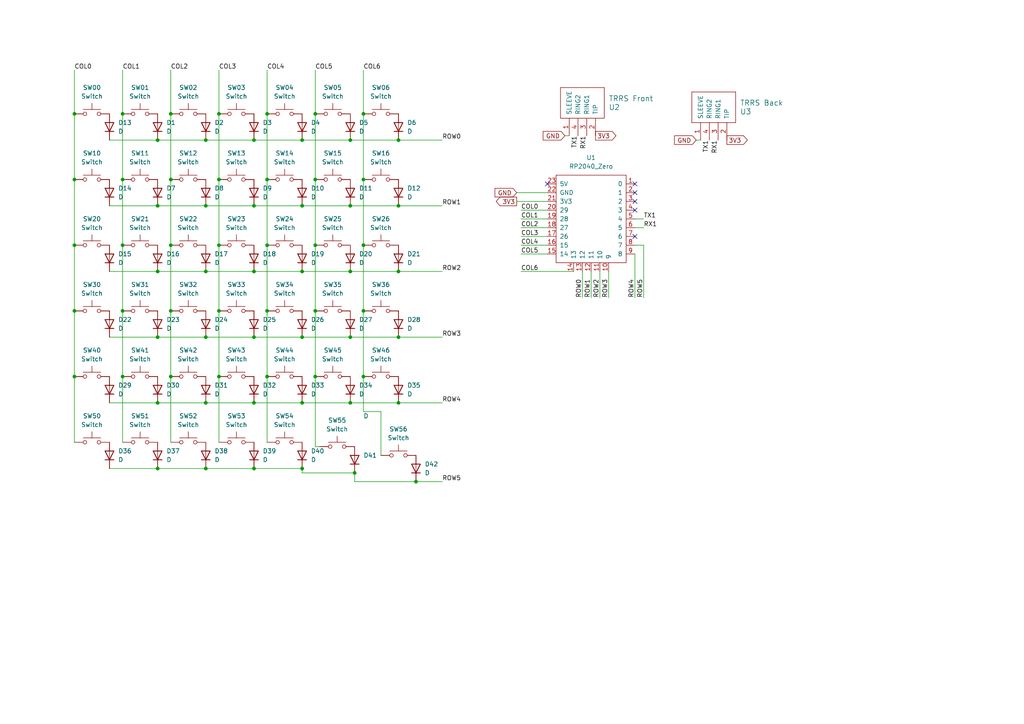
<source format=kicad_sch>
(kicad_sch (version 20231120) (generator "eeschema") (generator_version "8.0")
  (paper "A4")
  (title_block (date "2024-07-26"))
  (lib_symbols
    (symbol "Device:D" (pin_numbers hide) (pin_names (offset 1.016) hide)
      (property "Reference" "D" (at 0 2.54 0))
      (property "Value" "D" (at 0 -2.54 0))
      (symbol "D_0_1"
        (polyline (pts (xy -1.27 1.27) (xy -1.27 -1.27)) (stroke (width 0.254)))
        (polyline (pts (xy 1.27 0) (xy -1.27 0)))
        (polyline (pts (xy 1.27 1.27) (xy 1.27 -1.27) (xy -1.27 0) (xy 1.27 1.27)) (stroke (width 0.254)))
      )
      (symbol "D_1_1"
        (pin passive line (at -3.81 0 0) (length 2.54) (name "K") (number "1"))
        (pin passive line (at 3.81 0 180) (length 2.54) (name "A") (number "2"))
      )
    )
    (symbol "Scotto:MCU_RP2040_Zero" (pin_names (offset 1.016))
      (property "Reference" "U" (at 0 15.24 0))
      (property "Value" "RP2040_Zero" (at 0 12.7 0))
      (symbol "MCU_RP2040_Zero_0_1"
        (rectangle (start -10.16 11.43) (end 10.16 -13.97))
      )
      (symbol "MCU_RP2040_Zero_1_1"
        (pin bidirectional line (at 12.7 8.89 180) (length 2.54) (name "0") (number "1"))
        (pin bidirectional line (at 5.08 -16.51 90) (length 2.54) (name "9") (number "10"))
        (pin bidirectional line (at 2.54 -16.51 90) (length 2.54) (name "10") (number "11"))
        (pin bidirectional line (at 0 -16.51 90) (length 2.54) (name "11") (number "12"))
        (pin bidirectional line (at -2.54 -16.51 90) (length 2.54) (name "12") (number "13"))
        (pin bidirectional line (at -5.08 -16.51 90) (length 2.54) (name "13") (number "14"))
        (pin bidirectional line (at -12.7 -11.43 0) (length 2.54) (name "14") (number "15"))
        (pin bidirectional line (at -12.7 -8.89 0) (length 2.54) (name "15") (number "16"))
        (pin bidirectional line (at -12.7 -6.35 0) (length 2.54) (name "26") (number "17"))
        (pin bidirectional line (at -12.7 -3.81 0) (length 2.54) (name "27") (number "18"))
        (pin bidirectional line (at -12.7 -1.27 0) (length 2.54) (name "28") (number "19"))
        (pin bidirectional line (at 12.7 6.35 180) (length 2.54) (name "1") (number "2"))
        (pin bidirectional line (at -12.7 1.27 0) (length 2.54) (name "29") (number "20"))
        (pin power_out line (at -12.7 3.81 0) (length 2.54) (name "3V3") (number "21"))
        (pin power_out line (at -12.7 6.35 0) (length 2.54) (name "GND") (number "22"))
        (pin power_out line (at -12.7 8.89 0) (length 2.54) (name "5V") (number "23"))
        (pin bidirectional line (at 12.7 3.81 180) (length 2.54) (name "2") (number "3"))
        (pin bidirectional line (at 12.7 1.27 180) (length 2.54) (name "3") (number "4"))
        (pin bidirectional line (at 12.7 -1.27 180) (length 2.54) (name "4") (number "5"))
        (pin bidirectional line (at 12.7 -3.81 180) (length 2.54) (name "5") (number "6"))
        (pin bidirectional line (at 12.7 -6.35 180) (length 2.54) (name "6") (number "7"))
        (pin bidirectional line (at 12.7 -8.89 180) (length 2.54) (name "7") (number "8"))
        (pin bidirectional line (at 12.7 -11.43 180) (length 2.54) (name "8") (number "9"))
      )
    )
    (symbol "Scotto:Placeholder_Switch" (pin_numbers hide) (pin_names (offset 1.016) hide)
      (property "Reference" "SW" (at 1.27 2.54 0))
      (property "Value" "Switch" (at 0 -1.524 0))
      (symbol "Placeholder_Switch_0_1"
        (circle (center -2.032 0) (radius 0.508))
        (polyline (pts (xy 0 1.27) (xy 0 3.048)))
        (polyline (pts (xy 2.54 1.27) (xy -2.54 1.27)))
        (circle (center 2.032 0) (radius 0.508))
        (pin passive line (at -5.08 0 0) (length 2.54) (name "1") (number "1"))
        (pin passive line (at 5.08 0 180) (length 2.54) (name "2") (number "2"))
      )
    )
    (symbol "Scotto:Placeholder_TRRS" (pin_names (offset 1.016))
      (property "Reference" "U" (at 0 15.24 0))
      (property "Value" "TRRS" (at 0 -2.54 0))
      (symbol "Placeholder_TRRS_0_1"
        (rectangle (start -3.81 0) (end -3.81 12.7))
        (rectangle (start -3.81 0) (end 5.08 0))
        (rectangle (start -3.81 12.7) (end 5.08 12.7))
        (rectangle (start 5.08 12.7) (end 5.08 0))
      )
      (symbol "Placeholder_TRRS_1_1"
        (pin input line (at -8.89 2.54 0) (length 5.08) (name "SLEEVE") (number "1"))
        (pin input line (at -8.89 10.16 0) (length 5.08) (name "TIP") (number "2"))
        (pin input line (at -8.89 7.62 0) (length 5.08) (name "RING1") (number "3"))
        (pin input line (at -8.89 5.08 0) (length 5.08) (name "RING2") (number "4"))
      )
    )
  )
  (junction (at 77.47 33.02))
  (junction (at 115.57 116.84))
  (junction (at 105.41 71.12))
  (junction (at 120.65 139.7))
  (junction (at 59.69 116.84))
  (junction (at 45.72 40.64))
  (junction (at 101.6 97.79))
  (junction (at 102.87 137.16))
  (junction (at 21.59 90.17))
  (junction (at 73.66 40.64))
  (junction (at 49.53 33.02))
  (junction (at 87.63 59.69))
  (junction (at 105.41 33.02))
  (junction (at 77.47 71.12))
  (junction (at 91.44 33.02))
  (junction (at 45.72 135.89))
  (junction (at 101.6 59.69))
  (junction (at 87.63 40.64))
  (junction (at 59.69 40.64))
  (junction (at 59.69 135.89))
  (junction (at 45.72 78.74))
  (junction (at 63.5 33.02))
  (junction (at 35.56 52.07))
  (junction (at 115.57 40.64))
  (junction (at 63.5 90.17))
  (junction (at 45.72 116.84))
  (junction (at 115.57 78.74))
  (junction (at 59.69 59.69))
  (junction (at 35.56 109.22))
  (junction (at 35.56 90.17))
  (junction (at 21.59 52.07))
  (junction (at 91.44 71.12))
  (junction (at 91.44 90.17))
  (junction (at 63.5 52.07))
  (junction (at 49.53 90.17))
  (junction (at 21.59 33.02))
  (junction (at 59.69 78.74))
  (junction (at 45.72 97.79))
  (junction (at 45.72 59.69))
  (junction (at 87.63 135.89))
  (junction (at 101.6 116.84))
  (junction (at 35.56 71.12))
  (junction (at 59.69 97.79))
  (junction (at 101.6 78.74))
  (junction (at 115.57 97.79))
  (junction (at 35.56 33.02))
  (junction (at 73.66 116.84))
  (junction (at 105.41 90.17))
  (junction (at 77.47 109.22))
  (junction (at 73.66 78.74))
  (junction (at 101.6 40.64))
  (junction (at 49.53 109.22))
  (junction (at 91.44 109.22))
  (junction (at 63.5 109.22))
  (junction (at 105.41 52.07))
  (junction (at 73.66 59.69))
  (junction (at 21.59 71.12))
  (junction (at 91.44 52.07))
  (junction (at 49.53 71.12))
  (junction (at 105.41 109.22))
  (junction (at 87.63 116.84))
  (junction (at 87.63 78.74))
  (junction (at 73.66 97.79))
  (junction (at 49.53 52.07))
  (junction (at 115.57 59.69))
  (junction (at 87.63 97.79))
  (junction (at 77.47 90.17))
  (junction (at 77.47 52.07))
  (junction (at 21.59 109.22))
  (junction (at 63.5 71.12))
  (junction (at 73.66 135.89))
  (no_connect (at 184.15 55.88))
  (no_connect (at 184.15 60.96))
  (no_connect (at 158.75 53.34))
  (no_connect (at 184.15 68.58))
  (no_connect (at 184.15 53.34))
  (no_connect (at 184.15 58.42))
  (wire (pts (xy 91.44 90.17) (xy 91.44 109.22)))
  (wire (pts (xy 49.53 20.32) (xy 49.53 33.02)))
  (wire (pts (xy 201.93 40.64) (xy 203.2 40.64)))
  (wire (pts (xy 105.41 52.07) (xy 105.41 71.12)))
  (wire (pts (xy 77.47 71.12) (xy 77.47 90.17)))
  (wire (pts (xy 21.59 52.07) (xy 21.59 71.12)))
  (wire (pts (xy 151.13 78.74) (xy 166.37 78.74)))
  (wire (pts (xy 49.53 109.22) (xy 49.53 128.27)))
  (wire (pts (xy 35.56 90.17) (xy 35.56 109.22)))
  (wire (pts (xy 77.47 52.07) (xy 77.47 71.12)))
  (wire (pts (xy 91.44 20.32) (xy 91.44 33.02)))
  (wire (pts (xy 120.65 139.7) (xy 128.27 139.7)))
  (wire (pts (xy 105.41 33.02) (xy 105.41 52.07)))
  (wire (pts (xy 59.69 116.84) (xy 73.66 116.84)))
  (wire (pts (xy 77.47 90.17) (xy 77.47 109.22)))
  (wire (pts (xy 186.69 71.12) (xy 184.15 71.12)))
  (wire (pts (xy 91.44 109.22) (xy 91.44 129.54)))
  (wire (pts (xy 101.6 97.79) (xy 115.57 97.79)))
  (wire (pts (xy 91.44 71.12) (xy 91.44 90.17)))
  (wire (pts (xy 120.65 139.7) (xy 102.87 139.7)))
  (wire (pts (xy 173.99 86.36) (xy 173.99 78.74)))
  (wire (pts (xy 151.13 63.5) (xy 158.75 63.5)))
  (wire (pts (xy 151.13 73.66) (xy 158.75 73.66)))
  (wire (pts (xy 151.13 68.58) (xy 158.75 68.58)))
  (wire (pts (xy 101.6 116.84) (xy 115.57 116.84)))
  (wire (pts (xy 35.56 20.32) (xy 35.56 33.02)))
  (wire (pts (xy 73.66 40.64) (xy 87.63 40.64)))
  (wire (pts (xy 59.69 135.89) (xy 73.66 135.89)))
  (wire (pts (xy 87.63 59.69) (xy 101.6 59.69)))
  (wire (pts (xy 73.66 59.69) (xy 87.63 59.69)))
  (wire (pts (xy 59.69 59.69) (xy 73.66 59.69)))
  (wire (pts (xy 63.5 71.12) (xy 63.5 90.17)))
  (wire (pts (xy 31.75 135.89) (xy 45.72 135.89)))
  (wire (pts (xy 45.72 78.74) (xy 59.69 78.74)))
  (wire (pts (xy 151.13 60.96) (xy 158.75 60.96)))
  (wire (pts (xy 31.75 78.74) (xy 45.72 78.74)))
  (wire (pts (xy 63.5 20.32) (xy 63.5 33.02)))
  (wire (pts (xy 115.57 59.69) (xy 128.27 59.69)))
  (wire (pts (xy 31.75 40.64) (xy 45.72 40.64)))
  (wire (pts (xy 184.15 63.5) (xy 186.69 63.5)))
  (wire (pts (xy 171.45 86.36) (xy 171.45 78.74)))
  (wire (pts (xy 49.53 52.07) (xy 49.53 71.12)))
  (wire (pts (xy 101.6 59.69) (xy 115.57 59.69)))
  (wire (pts (xy 31.75 97.79) (xy 45.72 97.79)))
  (wire (pts (xy 176.53 86.36) (xy 176.53 78.74)))
  (wire (pts (xy 115.57 40.64) (xy 128.27 40.64)))
  (wire (pts (xy 163.83 39.37) (xy 165.1 39.37)))
  (wire (pts (xy 110.49 119.38) (xy 110.49 132.08)))
  (wire (pts (xy 101.6 40.64) (xy 115.57 40.64)))
  (wire (pts (xy 63.5 33.02) (xy 63.5 52.07)))
  (wire (pts (xy 151.13 71.12) (xy 158.75 71.12)))
  (wire (pts (xy 105.41 71.12) (xy 105.41 90.17)))
  (wire (pts (xy 115.57 97.79) (xy 128.27 97.79)))
  (wire (pts (xy 184.15 73.66) (xy 184.15 86.36)))
  (wire (pts (xy 63.5 52.07) (xy 63.5 71.12)))
  (wire (pts (xy 110.49 119.38) (xy 105.41 119.38)))
  (wire (pts (xy 45.72 59.69) (xy 59.69 59.69)))
  (wire (pts (xy 168.91 86.36) (xy 168.91 78.74)))
  (wire (pts (xy 186.69 71.12) (xy 186.69 86.36)))
  (wire (pts (xy 59.69 78.74) (xy 73.66 78.74)))
  (wire (pts (xy 73.66 116.84) (xy 87.63 116.84)))
  (wire (pts (xy 21.59 71.12) (xy 21.59 90.17)))
  (wire (pts (xy 73.66 135.89) (xy 87.63 135.89)))
  (wire (pts (xy 49.53 71.12) (xy 49.53 90.17)))
  (wire (pts (xy 87.63 40.64) (xy 101.6 40.64)))
  (wire (pts (xy 105.41 20.32) (xy 105.41 33.02)))
  (wire (pts (xy 21.59 20.32) (xy 21.59 33.02)))
  (wire (pts (xy 149.86 55.88) (xy 158.75 55.88)))
  (wire (pts (xy 105.41 119.38) (xy 105.41 109.22)))
  (wire (pts (xy 63.5 90.17) (xy 63.5 109.22)))
  (wire (pts (xy 87.63 116.84) (xy 101.6 116.84)))
  (wire (pts (xy 35.56 33.02) (xy 35.56 52.07)))
  (wire (pts (xy 186.69 66.04) (xy 184.15 66.04)))
  (wire (pts (xy 87.63 97.79) (xy 101.6 97.79)))
  (wire (pts (xy 35.56 109.22) (xy 35.56 128.27)))
  (wire (pts (xy 105.41 90.17) (xy 105.41 109.22)))
  (wire (pts (xy 45.72 135.89) (xy 59.69 135.89)))
  (wire (pts (xy 87.63 137.16) (xy 87.63 135.89)))
  (wire (pts (xy 21.59 33.02) (xy 21.59 52.07)))
  (wire (pts (xy 35.56 52.07) (xy 35.56 71.12)))
  (wire (pts (xy 77.47 33.02) (xy 77.47 52.07)))
  (wire (pts (xy 91.44 52.07) (xy 91.44 71.12)))
  (wire (pts (xy 45.72 40.64) (xy 59.69 40.64)))
  (wire (pts (xy 35.56 71.12) (xy 35.56 90.17)))
  (wire (pts (xy 45.72 97.79) (xy 59.69 97.79)))
  (wire (pts (xy 115.57 116.84) (xy 128.27 116.84)))
  (wire (pts (xy 21.59 109.22) (xy 21.59 128.27)))
  (wire (pts (xy 63.5 109.22) (xy 63.5 128.27)))
  (wire (pts (xy 73.66 97.79) (xy 87.63 97.79)))
  (wire (pts (xy 31.75 116.84) (xy 45.72 116.84)))
  (wire (pts (xy 21.59 90.17) (xy 21.59 109.22)))
  (wire (pts (xy 49.53 90.17) (xy 49.53 109.22)))
  (wire (pts (xy 101.6 78.74) (xy 115.57 78.74)))
  (wire (pts (xy 31.75 59.69) (xy 45.72 59.69)))
  (wire (pts (xy 49.53 33.02) (xy 49.53 52.07)))
  (wire (pts (xy 102.87 139.7) (xy 102.87 137.16)))
  (wire (pts (xy 77.47 20.32) (xy 77.47 33.02)))
  (wire (pts (xy 91.44 129.54) (xy 92.71 129.54)))
  (wire (pts (xy 73.66 78.74) (xy 87.63 78.74)))
  (wire (pts (xy 45.72 116.84) (xy 59.69 116.84)))
  (wire (pts (xy 59.69 40.64) (xy 73.66 40.64)))
  (wire (pts (xy 91.44 33.02) (xy 91.44 52.07)))
  (wire (pts (xy 102.87 137.16) (xy 87.63 137.16)))
  (wire (pts (xy 151.13 66.04) (xy 158.75 66.04)))
  (wire (pts (xy 87.63 78.74) (xy 101.6 78.74)))
  (wire (pts (xy 115.57 78.74) (xy 128.27 78.74)))
  (wire (pts (xy 149.86 58.42) (xy 158.75 58.42)))
  (wire (pts (xy 59.69 97.79) (xy 73.66 97.79)))
  (wire (pts (xy 77.47 109.22) (xy 77.47 128.27)))
  (label "ROW2" (at 128.27 78.74 0))
  (label "COL2" (at 151.13 66.04 0))
  (label "RX1" (at 186.69 66.04 0))
  (label "COL0" (at 21.59 20.32 0))
  (label "COL0" (at 151.13 60.96 0))
  (label "COL6" (at 151.13 78.74 0))
  (label "COL4" (at 77.47 20.32 0))
  (label "RX1" (at 208.28 40.64 270))
  (label "COL5" (at 91.44 20.32 0))
  (label "TX1" (at 186.69 63.5 0))
  (label "COL5" (at 151.13 73.66 0))
  (label "ROW2" (at 173.99 86.36 90))
  (label "COL3" (at 63.5 20.32 0))
  (label "COL1" (at 151.13 63.5 0))
  (label "ROW5" (at 128.27 139.7 0))
  (label "COL4" (at 151.13 71.12 0))
  (label "RX1" (at 170.18 39.37 270))
  (label "TX1" (at 167.64 39.37 270))
  (label "ROW5" (at 186.69 86.36 90))
  (label "ROW4" (at 184.15 86.36 90))
  (label "ROW1" (at 171.45 86.36 90))
  (label "ROW0" (at 168.91 86.36 90))
  (label "ROW0" (at 128.27 40.64 0))
  (label "COL3" (at 151.13 68.58 0))
  (label "ROW3" (at 128.27 97.79 0))
  (label "COL2" (at 49.53 20.32 0))
  (label "ROW3" (at 176.53 86.36 90))
  (label "ROW1" (at 128.27 59.69 0))
  (label "COL6" (at 105.41 20.32 0))
  (label "COL1" (at 35.56 20.32 0))
  (label "TX1" (at 205.74 40.64 270))
  (label "ROW4" (at 128.27 116.84 0))
  (global_label "3V3" (shape output) (at 172.72 39.37 0) (property "Intersheetrefs" "${INTERSHEET_REFS}" (effects (hide yes))))
  (global_label "GND" (shape input) (at 163.83 39.37 180) (property "Intersheetrefs" "${INTERSHEET_REFS}" (effects (hide yes))))
  (global_label "3V3" (shape output) (at 210.82 40.64 0) (property "Intersheetrefs" "${INTERSHEET_REFS}" (effects (hide yes))))
  (global_label "3V3" (shape output) (at 149.86 58.42 180) (property "Intersheetrefs" "${INTERSHEET_REFS}" (effects (hide yes))))
  (global_label "GND" (shape input) (at 149.86 55.88 180) (property "Intersheetrefs" "${INTERSHEET_REFS}" (effects (hide yes))))
  (global_label "GND" (shape input) (at 201.93 40.64 180) (property "Intersheetrefs" "${INTERSHEET_REFS}" (effects (hide yes))))
  (symbol (lib_id "Scotto:Placeholder_Switch") (at 82.55 52.07 0) (unit 1)
    (property "Reference" "SW14" (at 82.55 44.45 0))
    (property "Value" "Switch" (at 82.55 46.99 0))
    (property "Footprint" "Daprice_Keyswitches:Kailh_socket_MX_optional_reversible_1u" (effects (hide yes)))
    (property "Description" "Push button switch, generic, two pins" (effects (hide yes)))
  )
  (symbol (lib_id "Scotto:Placeholder_TRRS") (at 200.66 31.75 270) (mirror x) (unit 1)
    (property "Reference" "U3" (at 214.63 32.3851 90) (effects (font (size 1.524 1.524)) (justify left)))
    (property "Value" "TRRS Back" (at 214.63 29.8451 90) (effects (font (size 1.524 1.524)) (justify left)))
    (property "Footprint" "ScottoKeebs_Components:TRRS_PJ-320A" (effects (hide yes)))
  )
  (symbol (lib_id "Device:D") (at 101.6 36.83 90) (unit 1)
    (property "Reference" "D5" (at 104.14 35.5599 90) (effects (justify right)))
    (property "Value" "D" (at 104.14 38.0999 90) (effects (justify right)))
    (property "Footprint" "ScottoKeebs_Components:Diode_DO-35" (effects (hide yes)))
    (property "Description" "Diode" (effects (hide yes)))
    (property "Sim.Device" "D" (effects (hide yes)))
    (property "Sim.Pins" "1=K 2=A" (effects (hide yes)))
  )
  (symbol (lib_id "Scotto:Placeholder_Switch") (at 68.58 71.12 0) (unit 1)
    (property "Reference" "SW23" (at 68.58 63.5 0))
    (property "Value" "Switch" (at 68.58 66.04 0))
    (property "Footprint" "Daprice_Keyswitches:Kailh_socket_MX_optional_reversible_1u" (effects (hide yes)))
    (property "Description" "Push button switch, generic, two pins" (effects (hide yes)))
  )
  (symbol (lib_id "Scotto:Placeholder_Switch") (at 40.64 128.27 0) (unit 1)
    (property "Reference" "SW51" (at 40.64 120.65 0))
    (property "Value" "Switch" (at 40.64 123.19 0))
    (property "Footprint" "Daprice_Keyswitches:Kailh_socket_MX_optional_reversible_1u" (effects (hide yes)))
    (property "Description" "Push button switch, generic, two pins" (effects (hide yes)))
  )
  (symbol (lib_id "Device:D") (at 115.57 113.03 90) (unit 1)
    (property "Reference" "D35" (at 118.11 111.7599 90) (effects (justify right)))
    (property "Value" "D" (at 118.11 114.2999 90) (effects (justify right)))
    (property "Footprint" "ScottoKeebs_Components:Diode_DO-35" (effects (hide yes)))
    (property "Description" "Diode" (effects (hide yes)))
    (property "Sim.Device" "D" (effects (hide yes)))
    (property "Sim.Pins" "1=K 2=A" (effects (hide yes)))
  )
  (symbol (lib_id "Device:D") (at 101.6 55.88 90) (unit 1)
    (property "Reference" "D11" (at 104.14 54.6099 90) (effects (justify right)))
    (property "Value" "D" (at 104.14 57.1499 90) (effects (justify right)))
    (property "Footprint" "ScottoKeebs_Components:Diode_DO-35" (effects (hide yes)))
    (property "Description" "Diode" (effects (hide yes)))
    (property "Sim.Device" "D" (effects (hide yes)))
    (property "Sim.Pins" "1=K 2=A" (effects (hide yes)))
  )
  (symbol (lib_id "Device:D") (at 73.66 55.88 90) (unit 1)
    (property "Reference" "D9" (at 76.2 54.6099 90) (effects (justify right)))
    (property "Value" "D" (at 76.2 57.1499 90) (effects (justify right)))
    (property "Footprint" "ScottoKeebs_Components:Diode_DO-35" (effects (hide yes)))
    (property "Description" "Diode" (effects (hide yes)))
    (property "Sim.Device" "D" (effects (hide yes)))
    (property "Sim.Pins" "1=K 2=A" (effects (hide yes)))
  )
  (symbol (lib_id "Device:D") (at 45.72 36.83 90) (unit 1)
    (property "Reference" "D1" (at 48.26 35.5599 90) (effects (justify right)))
    (property "Value" "D" (at 48.26 38.0999 90) (effects (justify right)))
    (property "Footprint" "ScottoKeebs_Components:Diode_DO-35" (effects (hide yes)))
    (property "Description" "Diode" (effects (hide yes)))
    (property "Sim.Device" "D" (effects (hide yes)))
    (property "Sim.Pins" "1=K 2=A" (effects (hide yes)))
  )
  (symbol (lib_id "Device:D") (at 59.69 74.93 90) (unit 1)
    (property "Reference" "D17" (at 62.23 73.6599 90) (effects (justify right)))
    (property "Value" "D" (at 62.23 76.1999 90) (effects (justify right)))
    (property "Footprint" "ScottoKeebs_Components:Diode_DO-35" (effects (hide yes)))
    (property "Description" "Diode" (effects (hide yes)))
    (property "Sim.Device" "D" (effects (hide yes)))
    (property "Sim.Pins" "1=K 2=A" (effects (hide yes)))
  )
  (symbol (lib_id "Scotto:Placeholder_Switch") (at 54.61 109.22 0) (unit 1)
    (property "Reference" "SW42" (at 54.61 101.6 0))
    (property "Value" "Switch" (at 54.61 104.14 0))
    (property "Footprint" "Daprice_Keyswitches:Kailh_socket_MX_optional_reversible_1u" (effects (hide yes)))
    (property "Description" "Push button switch, generic, two pins" (effects (hide yes)))
  )
  (symbol (lib_id "Device:D") (at 59.69 93.98 90) (unit 1)
    (property "Reference" "D24" (at 62.23 92.7099 90) (effects (justify right)))
    (property "Value" "D" (at 62.23 95.2499 90) (effects (justify right)))
    (property "Footprint" "ScottoKeebs_Components:Diode_DO-35" (effects (hide yes)))
    (property "Description" "Diode" (effects (hide yes)))
    (property "Sim.Device" "D" (effects (hide yes)))
    (property "Sim.Pins" "1=K 2=A" (effects (hide yes)))
  )
  (symbol (lib_id "Scotto:Placeholder_Switch") (at 40.64 90.17 0) (unit 1)
    (property "Reference" "SW31" (at 40.64 82.55 0))
    (property "Value" "Switch" (at 40.64 85.09 0))
    (property "Footprint" "Daprice_Keyswitches:Kailh_socket_MX_optional_reversible_1u" (effects (hide yes)))
    (property "Description" "Push button switch, generic, two pins" (effects (hide yes)))
  )
  (symbol (lib_id "Scotto:Placeholder_Switch") (at 26.67 128.27 0) (unit 1)
    (property "Reference" "SW50" (at 26.67 120.65 0))
    (property "Value" "Switch" (at 26.67 123.19 0))
    (property "Footprint" "Daprice_Keyswitches:Kailh_socket_MX_optional_reversible_1u" (effects (hide yes)))
    (property "Description" "Push button switch, generic, two pins" (effects (hide yes)))
  )
  (symbol (lib_id "Scotto:Placeholder_Switch") (at 40.64 52.07 0) (unit 1)
    (property "Reference" "SW11" (at 40.64 44.45 0))
    (property "Value" "Switch" (at 40.64 46.99 0))
    (property "Footprint" "Daprice_Keyswitches:Kailh_socket_MX_optional_reversible_1u" (effects (hide yes)))
    (property "Description" "Push button switch, generic, two pins" (effects (hide yes)))
  )
  (symbol (lib_id "Device:D") (at 59.69 113.03 90) (unit 1)
    (property "Reference" "D31" (at 62.23 111.7599 90) (effects (justify right)))
    (property "Value" "D" (at 62.23 114.2999 90) (effects (justify right)))
    (property "Footprint" "ScottoKeebs_Components:Diode_DO-35" (effects (hide yes)))
    (property "Description" "Diode" (effects (hide yes)))
    (property "Sim.Device" "D" (effects (hide yes)))
    (property "Sim.Pins" "1=K 2=A" (effects (hide yes)))
  )
  (symbol (lib_id "Scotto:Placeholder_Switch") (at 26.67 71.12 0) (unit 1)
    (property "Reference" "SW20" (at 26.67 63.5 0))
    (property "Value" "Switch" (at 26.67 66.04 0))
    (property "Footprint" "Daprice_Keyswitches:Kailh_socket_MX_optional_reversible_1u" (effects (hide yes)))
    (property "Description" "Push button switch, generic, two pins" (effects (hide yes)))
  )
  (symbol (lib_id "Device:D") (at 101.6 93.98 90) (unit 1)
    (property "Reference" "D27" (at 104.14 92.7099 90) (effects (justify right)))
    (property "Value" "D" (at 104.14 95.2499 90) (effects (justify right)))
    (property "Footprint" "ScottoKeebs_Components:Diode_DO-35" (effects (hide yes)))
    (property "Description" "Diode" (effects (hide yes)))
    (property "Sim.Device" "D" (effects (hide yes)))
    (property "Sim.Pins" "1=K 2=A" (effects (hide yes)))
  )
  (symbol (lib_id "Scotto:Placeholder_Switch") (at 54.61 71.12 0) (unit 1)
    (property "Reference" "SW22" (at 54.61 63.5 0))
    (property "Value" "Switch" (at 54.61 66.04 0))
    (property "Footprint" "Daprice_Keyswitches:Kailh_socket_MX_optional_reversible_1u" (effects (hide yes)))
    (property "Description" "Push button switch, generic, two pins" (effects (hide yes)))
  )
  (symbol (lib_id "Scotto:Placeholder_Switch") (at 110.49 52.07 0) (unit 1)
    (property "Reference" "SW16" (at 110.49 44.45 0))
    (property "Value" "Switch" (at 110.49 46.99 0))
    (property "Footprint" "Daprice_Keyswitches:Kailh_socket_MX_optional_reversible_1u" (effects (hide yes)))
    (property "Description" "Push button switch, generic, two pins" (effects (hide yes)))
  )
  (symbol (lib_id "Device:D") (at 45.72 93.98 90) (unit 1)
    (property "Reference" "D23" (at 48.26 92.7099 90) (effects (justify right)))
    (property "Value" "D" (at 48.26 95.2499 90) (effects (justify right)))
    (property "Footprint" "ScottoKeebs_Components:Diode_DO-35" (effects (hide yes)))
    (property "Description" "Diode" (effects (hide yes)))
    (property "Sim.Device" "D" (effects (hide yes)))
    (property "Sim.Pins" "1=K 2=A" (effects (hide yes)))
  )
  (symbol (lib_id "Scotto:Placeholder_Switch") (at 68.58 128.27 0) (unit 1)
    (property "Reference" "SW53" (at 68.58 120.65 0))
    (property "Value" "Switch" (at 68.58 123.19 0))
    (property "Footprint" "Daprice_Keyswitches:Kailh_socket_MX_optional_reversible_1u" (effects (hide yes)))
    (property "Description" "Push button switch, generic, two pins" (effects (hide yes)))
  )
  (symbol (lib_id "Device:D") (at 87.63 113.03 90) (unit 1)
    (property "Reference" "D33" (at 90.17 111.7599 90) (effects (justify right)))
    (property "Value" "D" (at 90.17 114.2999 90) (effects (justify right)))
    (property "Footprint" "ScottoKeebs_Components:Diode_DO-35" (effects (hide yes)))
    (property "Description" "Diode" (effects (hide yes)))
    (property "Sim.Device" "D" (effects (hide yes)))
    (property "Sim.Pins" "1=K 2=A" (effects (hide yes)))
  )
  (symbol (lib_id "Scotto:Placeholder_Switch") (at 97.79 129.54 0) (unit 1)
    (property "Reference" "SW55" (at 97.79 121.92 0))
    (property "Value" "Switch" (at 97.79 124.46 0))
    (property "Footprint" "Daprice_Keyswitches:Kailh_socket_MX_optional_reversible_1u" (effects (hide yes)))
    (property "Description" "Push button switch, generic, two pins" (effects (hide yes)))
  )
  (symbol (lib_id "Scotto:Placeholder_Switch") (at 54.61 128.27 0) (unit 1)
    (property "Reference" "SW52" (at 54.61 120.65 0))
    (property "Value" "Switch" (at 54.61 123.19 0))
    (property "Footprint" "Daprice_Keyswitches:Kailh_socket_MX_optional_reversible_1u" (effects (hide yes)))
    (property "Description" "Push button switch, generic, two pins" (effects (hide yes)))
  )
  (symbol (lib_id "Device:D") (at 31.75 74.93 90) (unit 1)
    (property "Reference" "D15" (at 34.29 73.6599 90) (effects (justify right)))
    (property "Value" "D" (at 34.29 76.1999 90) (effects (justify right)))
    (property "Footprint" "ScottoKeebs_Components:Diode_DO-35" (effects (hide yes)))
    (property "Description" "Diode" (effects (hide yes)))
    (property "Sim.Device" "D" (effects (hide yes)))
    (property "Sim.Pins" "1=K 2=A" (effects (hide yes)))
  )
  (symbol (lib_id "Device:D") (at 101.6 113.03 90) (unit 1)
    (property "Reference" "D34" (at 104.14 111.7599 90) (effects (justify right)))
    (property "Value" "D" (at 104.14 114.2999 90) (effects (justify right)))
    (property "Footprint" "ScottoKeebs_Components:Diode_DO-35" (effects (hide yes)))
    (property "Description" "Diode" (effects (hide yes)))
    (property "Sim.Device" "D" (effects (hide yes)))
    (property "Sim.Pins" "1=K 2=A" (effects (hide yes)))
  )
  (symbol (lib_id "Scotto:Placeholder_Switch") (at 26.67 33.02 0) (unit 1)
    (property "Reference" "SW00" (at 26.67 25.4 0))
    (property "Value" "Switch" (at 26.67 27.94 0))
    (property "Footprint" "Daprice_Keyswitches:Kailh_socket_MX_optional_reversible_1u" (effects (hide yes)))
    (property "Description" "Push button switch, generic, two pins" (effects (hide yes)))
  )
  (symbol (lib_id "Scotto:Placeholder_Switch") (at 68.58 33.02 0) (unit 1)
    (property "Reference" "SW03" (at 68.58 25.4 0))
    (property "Value" "Switch" (at 68.58 27.94 0))
    (property "Footprint" "Daprice_Keyswitches:Kailh_socket_MX_optional_reversible_1u" (effects (hide yes)))
    (property "Description" "Push button switch, generic, two pins" (effects (hide yes)))
  )
  (symbol (lib_id "Device:D") (at 31.75 55.88 90) (unit 1)
    (property "Reference" "D14" (at 34.29 54.6099 90) (effects (justify right)))
    (property "Value" "D" (at 34.29 57.1499 90) (effects (justify right)))
    (property "Footprint" "ScottoKeebs_Components:Diode_DO-35" (effects (hide yes)))
    (property "Description" "Diode" (effects (hide yes)))
    (property "Sim.Device" "D" (effects (hide yes)))
    (property "Sim.Pins" "1=K 2=A" (effects (hide yes)))
  )
  (symbol (lib_id "Scotto:Placeholder_Switch") (at 26.67 109.22 0) (unit 1)
    (property "Reference" "SW40" (at 26.67 101.6 0))
    (property "Value" "Switch" (at 26.67 104.14 0))
    (property "Footprint" "Daprice_Keyswitches:Kailh_socket_MX_optional_reversible_1u" (effects (hide yes)))
    (property "Description" "Push button switch, generic, two pins" (effects (hide yes)))
  )
  (symbol (lib_id "Scotto:Placeholder_Switch") (at 54.61 90.17 0) (unit 1)
    (property "Reference" "SW32" (at 54.61 82.55 0))
    (property "Value" "Switch" (at 54.61 85.09 0))
    (property "Footprint" "Daprice_Keyswitches:Kailh_socket_MX_optional_reversible_1u" (effects (hide yes)))
    (property "Description" "Push button switch, generic, two pins" (effects (hide yes)))
  )
  (symbol (lib_id "Scotto:Placeholder_Switch") (at 82.55 90.17 0) (unit 1)
    (property "Reference" "SW34" (at 82.55 82.55 0))
    (property "Value" "Switch" (at 82.55 85.09 0))
    (property "Footprint" "Daprice_Keyswitches:Kailh_socket_MX_optional_reversible_1u" (effects (hide yes)))
    (property "Description" "Push button switch, generic, two pins" (effects (hide yes)))
  )
  (symbol (lib_id "Device:D") (at 73.66 74.93 90) (unit 1)
    (property "Reference" "D18" (at 76.2 73.6599 90) (effects (justify right)))
    (property "Value" "D" (at 76.2 76.1999 90) (effects (justify right)))
    (property "Footprint" "ScottoKeebs_Components:Diode_DO-35" (effects (hide yes)))
    (property "Description" "Diode" (effects (hide yes)))
    (property "Sim.Device" "D" (effects (hide yes)))
    (property "Sim.Pins" "1=K 2=A" (effects (hide yes)))
  )
  (symbol (lib_id "Scotto:Placeholder_Switch") (at 82.55 71.12 0) (unit 1)
    (property "Reference" "SW24" (at 82.55 63.5 0))
    (property "Value" "Switch" (at 82.55 66.04 0))
    (property "Footprint" "Daprice_Keyswitches:Kailh_socket_MX_optional_reversible_1u" (effects (hide yes)))
    (property "Description" "Push button switch, generic, two pins" (effects (hide yes)))
  )
  (symbol (lib_id "Device:D") (at 102.87 133.35 90) (unit 1)
    (property "Reference" "D41" (at 105.41 132.0799 90) (effects (justify right)))
    (property "Value" "D" (at 105.41 120.6499 90) (effects (justify right)))
    (property "Footprint" "ScottoKeebs_Components:Diode_DO-35" (effects (hide yes)))
    (property "Description" "Diode" (effects (hide yes)))
    (property "Sim.Device" "D" (effects (hide yes)))
    (property "Sim.Pins" "1=K 2=A" (effects (hide yes)))
  )
  (symbol (lib_id "Scotto:Placeholder_Switch") (at 96.52 71.12 0) (unit 1)
    (property "Reference" "SW25" (at 96.52 63.5 0))
    (property "Value" "Switch" (at 96.52 66.04 0))
    (property "Footprint" "Daprice_Keyswitches:Kailh_socket_MX_optional_reversible_1u" (effects (hide yes)))
    (property "Description" "Push button switch, generic, two pins" (effects (hide yes)))
  )
  (symbol (lib_id "Device:D") (at 115.57 93.98 90) (unit 1)
    (property "Reference" "D28" (at 118.11 92.7099 90) (effects (justify right)))
    (property "Value" "D" (at 118.11 95.2499 90) (effects (justify right)))
    (property "Footprint" "ScottoKeebs_Components:Diode_DO-35" (effects (hide yes)))
    (property "Description" "Diode" (effects (hide yes)))
    (property "Sim.Device" "D" (effects (hide yes)))
    (property "Sim.Pins" "1=K 2=A" (effects (hide yes)))
  )
  (symbol (lib_id "Device:D") (at 45.72 132.08 90) (unit 1)
    (property "Reference" "D37" (at 48.26 130.8099 90) (effects (justify right)))
    (property "Value" "D" (at 48.26 133.3499 90) (effects (justify right)))
    (property "Footprint" "ScottoKeebs_Components:Diode_DO-35" (effects (hide yes)))
    (property "Description" "Diode" (effects (hide yes)))
    (property "Sim.Device" "D" (effects (hide yes)))
    (property "Sim.Pins" "1=K 2=A" (effects (hide yes)))
  )
  (symbol (lib_id "Device:D") (at 115.57 36.83 90) (unit 1)
    (property "Reference" "D6" (at 118.11 35.5599 90) (effects (justify right)))
    (property "Value" "D" (at 118.11 38.0999 90) (effects (justify right)))
    (property "Footprint" "ScottoKeebs_Components:Diode_DO-35" (effects (hide yes)))
    (property "Description" "Diode" (effects (hide yes)))
    (property "Sim.Device" "D" (effects (hide yes)))
    (property "Sim.Pins" "1=K 2=A" (effects (hide yes)))
  )
  (symbol (lib_id "Device:D") (at 115.57 55.88 90) (unit 1)
    (property "Reference" "D12" (at 118.11 54.6099 90) (effects (justify right)))
    (property "Value" "D" (at 118.11 57.1499 90) (effects (justify right)))
    (property "Footprint" "ScottoKeebs_Components:Diode_DO-35" (effects (hide yes)))
    (property "Description" "Diode" (effects (hide yes)))
    (property "Sim.Device" "D" (effects (hide yes)))
    (property "Sim.Pins" "1=K 2=A" (effects (hide yes)))
  )
  (symbol (lib_id "Device:D") (at 115.57 74.93 90) (unit 1)
    (property "Reference" "D21" (at 118.11 73.6599 90) (effects (justify right)))
    (property "Value" "D" (at 118.11 76.1999 90) (effects (justify right)))
    (property "Footprint" "ScottoKeebs_Components:Diode_DO-35" (effects (hide yes)))
    (property "Description" "Diode" (effects (hide yes)))
    (property "Sim.Device" "D" (effects (hide yes)))
    (property "Sim.Pins" "1=K 2=A" (effects (hide yes)))
  )
  (symbol (lib_id "Device:D") (at 45.72 55.88 90) (unit 1)
    (property "Reference" "D7" (at 48.26 54.6099 90) (effects (justify right)))
    (property "Value" "D" (at 48.26 57.1499 90) (effects (justify right)))
    (property "Footprint" "ScottoKeebs_Components:Diode_DO-35" (effects (hide yes)))
    (property "Description" "Diode" (effects (hide yes)))
    (property "Sim.Device" "D" (effects (hide yes)))
    (property "Sim.Pins" "1=K 2=A" (effects (hide yes)))
  )
  (symbol (lib_id "Device:D") (at 73.66 93.98 90) (unit 1)
    (property "Reference" "D25" (at 76.2 92.7099 90) (effects (justify right)))
    (property "Value" "D" (at 76.2 95.2499 90) (effects (justify right)))
    (property "Footprint" "ScottoKeebs_Components:Diode_DO-35" (effects (hide yes)))
    (property "Description" "Diode" (effects (hide yes)))
    (property "Sim.Device" "D" (effects (hide yes)))
    (property "Sim.Pins" "1=K 2=A" (effects (hide yes)))
  )
  (symbol (lib_id "Scotto:Placeholder_Switch") (at 68.58 52.07 0) (unit 1)
    (property "Reference" "SW13" (at 68.58 44.45 0))
    (property "Value" "Switch" (at 68.58 46.99 0))
    (property "Footprint" "Daprice_Keyswitches:Kailh_socket_MX_optional_reversible_1u" (effects (hide yes)))
    (property "Description" "Push button switch, generic, two pins" (effects (hide yes)))
  )
  (symbol (lib_id "Scotto:Placeholder_Switch") (at 68.58 109.22 0) (unit 1)
    (property "Reference" "SW43" (at 68.58 101.6 0))
    (property "Value" "Switch" (at 68.58 104.14 0))
    (property "Footprint" "Daprice_Keyswitches:Kailh_socket_MX_optional_reversible_1u" (effects (hide yes)))
    (property "Description" "Push button switch, generic, two pins" (effects (hide yes)))
  )
  (symbol (lib_id "Scotto:Placeholder_Switch") (at 110.49 71.12 0) (unit 1)
    (property "Reference" "SW26" (at 110.49 63.5 0))
    (property "Value" "Switch" (at 110.49 66.04 0))
    (property "Footprint" "Daprice_Keyswitches:Kailh_socket_MX_optional_reversible_1u" (effects (hide yes)))
    (property "Description" "Push button switch, generic, two pins" (effects (hide yes)))
  )
  (symbol (lib_id "Scotto:Placeholder_Switch") (at 96.52 52.07 0) (unit 1)
    (property "Reference" "SW15" (at 96.52 44.45 0))
    (property "Value" "Switch" (at 96.52 46.99 0))
    (property "Footprint" "Daprice_Keyswitches:Kailh_socket_MX_optional_reversible_1u" (effects (hide yes)))
    (property "Description" "Push button switch, generic, two pins" (effects (hide yes)))
  )
  (symbol (lib_id "Scotto:Placeholder_Switch") (at 115.57 132.08 0) (unit 1)
    (property "Reference" "SW56" (at 115.57 124.46 0))
    (property "Value" "Switch" (at 115.57 127 0))
    (property "Footprint" "Daprice_Keyswitches:Kailh_socket_MX_optional_reversible_1u" (effects (hide yes)))
    (property "Description" "Push button switch, generic, two pins" (effects (hide yes)))
  )
  (symbol (lib_id "Scotto:Placeholder_Switch") (at 40.64 71.12 0) (unit 1)
    (property "Reference" "SW21" (at 40.64 63.5 0))
    (property "Value" "Switch" (at 40.64 66.04 0))
    (property "Footprint" "Daprice_Keyswitches:Kailh_socket_MX_optional_reversible_1u" (effects (hide yes)))
    (property "Description" "Push button switch, generic, two pins" (effects (hide yes)))
  )
  (symbol (lib_id "Scotto:Placeholder_Switch") (at 110.49 109.22 0) (unit 1)
    (property "Reference" "SW46" (at 110.49 101.6 0))
    (property "Value" "Switch" (at 110.49 104.14 0))
    (property "Footprint" "Daprice_Keyswitches:Kailh_socket_MX_optional_reversible_1u" (effects (hide yes)))
    (property "Description" "Push button switch, generic, two pins" (effects (hide yes)))
  )
  (symbol (lib_id "Device:D") (at 73.66 132.08 90) (unit 1)
    (property "Reference" "D39" (at 76.2 130.8099 90) (effects (justify right)))
    (property "Value" "D" (at 76.2 133.3499 90) (effects (justify right)))
    (property "Footprint" "ScottoKeebs_Components:Diode_DO-35" (effects (hide yes)))
    (property "Description" "Diode" (effects (hide yes)))
    (property "Sim.Device" "D" (effects (hide yes)))
    (property "Sim.Pins" "1=K 2=A" (effects (hide yes)))
  )
  (symbol (lib_id "Device:D") (at 45.72 113.03 90) (unit 1)
    (property "Reference" "D30" (at 48.26 111.7599 90) (effects (justify right)))
    (property "Value" "D" (at 48.26 114.2999 90) (effects (justify right)))
    (property "Footprint" "ScottoKeebs_Components:Diode_DO-35" (effects (hide yes)))
    (property "Description" "Diode" (effects (hide yes)))
    (property "Sim.Device" "D" (effects (hide yes)))
    (property "Sim.Pins" "1=K 2=A" (effects (hide yes)))
  )
  (symbol (lib_id "Device:D") (at 73.66 36.83 90) (unit 1)
    (property "Reference" "D3" (at 76.2 35.5599 90) (effects (justify right)))
    (property "Value" "D" (at 76.2 38.0999 90) (effects (justify right)))
    (property "Footprint" "ScottoKeebs_Components:Diode_DO-35" (effects (hide yes)))
    (property "Description" "Diode" (effects (hide yes)))
    (property "Sim.Device" "D" (effects (hide yes)))
    (property "Sim.Pins" "1=K 2=A" (effects (hide yes)))
  )
  (symbol (lib_id "Scotto:Placeholder_Switch") (at 26.67 52.07 0) (unit 1)
    (property "Reference" "SW10" (at 26.67 44.45 0))
    (property "Value" "Switch" (at 26.67 46.99 0))
    (property "Footprint" "Daprice_Keyswitches:Kailh_socket_MX_optional_reversible_1u" (effects (hide yes)))
    (property "Description" "Push button switch, generic, two pins" (effects (hide yes)))
  )
  (symbol (lib_id "Scotto:Placeholder_Switch") (at 96.52 109.22 0) (unit 1)
    (property "Reference" "SW45" (at 96.52 101.6 0))
    (property "Value" "Switch" (at 96.52 104.14 0))
    (property "Footprint" "Daprice_Keyswitches:Kailh_socket_MX_optional_reversible_1u" (effects (hide yes)))
    (property "Description" "Push button switch, generic, two pins" (effects (hide yes)))
  )
  (symbol (lib_id "Device:D") (at 87.63 74.93 90) (unit 1)
    (property "Reference" "D19" (at 90.17 73.6599 90) (effects (justify right)))
    (property "Value" "D" (at 90.17 76.1999 90) (effects (justify right)))
    (property "Footprint" "ScottoKeebs_Components:Diode_DO-35" (effects (hide yes)))
    (property "Description" "Diode" (effects (hide yes)))
    (property "Sim.Device" "D" (effects (hide yes)))
    (property "Sim.Pins" "1=K 2=A" (effects (hide yes)))
  )
  (symbol (lib_id "Scotto:Placeholder_Switch") (at 96.52 90.17 0) (unit 1)
    (property "Reference" "SW35" (at 96.52 82.55 0))
    (property "Value" "Switch" (at 96.52 85.09 0))
    (property "Footprint" "Daprice_Keyswitches:Kailh_socket_MX_optional_reversible_1u" (effects (hide yes)))
    (property "Description" "Push button switch, generic, two pins" (effects (hide yes)))
  )
  (symbol (lib_id "Device:D") (at 31.75 93.98 90) (unit 1)
    (property "Reference" "D22" (at 34.29 92.7099 90) (effects (justify right)))
    (property "Value" "D" (at 34.29 95.2499 90) (effects (justify right)))
    (property "Footprint" "ScottoKeebs_Components:Diode_DO-35" (effects (hide yes)))
    (property "Description" "Diode" (effects (hide yes)))
    (property "Sim.Device" "D" (effects (hide yes)))
    (property "Sim.Pins" "1=K 2=A" (effects (hide yes)))
  )
  (symbol (lib_id "Device:D") (at 31.75 36.83 90) (unit 1)
    (property "Reference" "D13" (at 34.29 35.5599 90) (effects (justify right)))
    (property "Value" "D" (at 34.29 38.0999 90) (effects (justify right)))
    (property "Footprint" "ScottoKeebs_Components:Diode_DO-35" (effects (hide yes)))
    (property "Description" "Diode" (effects (hide yes)))
    (property "Sim.Device" "D" (effects (hide yes)))
    (property "Sim.Pins" "1=K 2=A" (effects (hide yes)))
  )
  (symbol (lib_id "Device:D") (at 59.69 132.08 90) (unit 1)
    (property "Reference" "D38" (at 62.23 130.8099 90) (effects (justify right)))
    (property "Value" "D" (at 62.23 133.3499 90) (effects (justify right)))
    (property "Footprint" "ScottoKeebs_Components:Diode_DO-35" (effects (hide yes)))
    (property "Description" "Diode" (effects (hide yes)))
    (property "Sim.Device" "D" (effects (hide yes)))
    (property "Sim.Pins" "1=K 2=A" (effects (hide yes)))
  )
  (symbol (lib_id "Scotto:Placeholder_Switch") (at 40.64 33.02 0) (unit 1)
    (property "Reference" "SW01" (at 40.64 25.4 0))
    (property "Value" "Switch" (at 40.64 27.94 0))
    (property "Footprint" "Daprice_Keyswitches:Kailh_socket_MX_optional_reversible_1u" (effects (hide yes)))
    (property "Description" "Push button switch, generic, two pins" (effects (hide yes)))
  )
  (symbol (lib_id "Device:D") (at 87.63 132.08 90) (unit 1)
    (property "Reference" "D40" (at 90.17 130.8099 90) (effects (justify right)))
    (property "Value" "D" (at 90.17 133.3499 90) (effects (justify right)))
    (property "Footprint" "ScottoKeebs_Components:Diode_DO-35" (effects (hide yes)))
    (property "Description" "Diode" (effects (hide yes)))
    (property "Sim.Device" "D" (effects (hide yes)))
    (property "Sim.Pins" "1=K 2=A" (effects (hide yes)))
  )
  (symbol (lib_id "Scotto:Placeholder_Switch") (at 54.61 33.02 0) (unit 1)
    (property "Reference" "SW02" (at 54.61 25.4 0))
    (property "Value" "Switch" (at 54.61 27.94 0))
    (property "Footprint" "Daprice_Keyswitches:Kailh_socket_MX_optional_reversible_1u" (effects (hide yes)))
    (property "Description" "Push button switch, generic, two pins" (effects (hide yes)))
  )
  (symbol (lib_id "Device:D") (at 31.75 132.08 90) (unit 1)
    (property "Reference" "D36" (at 34.29 130.8099 90) (effects (justify right)))
    (property "Value" "D" (at 34.29 133.3499 90) (effects (justify right)))
    (property "Footprint" "ScottoKeebs_Components:Diode_DO-35" (effects (hide yes)))
    (property "Description" "Diode" (effects (hide yes)))
    (property "Sim.Device" "D" (effects (hide yes)))
    (property "Sim.Pins" "1=K 2=A" (effects (hide yes)))
  )
  (symbol (lib_id "Scotto:Placeholder_Switch") (at 54.61 52.07 0) (unit 1)
    (property "Reference" "SW12" (at 54.61 44.45 0))
    (property "Value" "Switch" (at 54.61 46.99 0))
    (property "Footprint" "Daprice_Keyswitches:Kailh_socket_MX_optional_reversible_1u" (effects (hide yes)))
    (property "Description" "Push button switch, generic, two pins" (effects (hide yes)))
  )
  (symbol (lib_id "Device:D") (at 59.69 36.83 90) (unit 1)
    (property "Reference" "D2" (at 62.23 35.5599 90) (effects (justify right)))
    (property "Value" "D" (at 62.23 38.0999 90) (effects (justify right)))
    (property "Footprint" "ScottoKeebs_Components:Diode_DO-35" (effects (hide yes)))
    (property "Description" "Diode" (effects (hide yes)))
    (property "Sim.Device" "D" (effects (hide yes)))
    (property "Sim.Pins" "1=K 2=A" (effects (hide yes)))
  )
  (symbol (lib_id "Device:D") (at 87.63 55.88 90) (unit 1)
    (property "Reference" "D10" (at 90.17 54.6099 90) (effects (justify right)))
    (property "Value" "D" (at 90.17 57.1499 90) (effects (justify right)))
    (property "Footprint" "ScottoKeebs_Components:Diode_DO-35" (effects (hide yes)))
    (property "Description" "Diode" (effects (hide yes)))
    (property "Sim.Device" "D" (effects (hide yes)))
    (property "Sim.Pins" "1=K 2=A" (effects (hide yes)))
  )
  (symbol (lib_id "Scotto:Placeholder_Switch") (at 68.58 90.17 0) (unit 1)
    (property "Reference" "SW33" (at 68.58 82.55 0))
    (property "Value" "Switch" (at 68.58 85.09 0))
    (property "Footprint" "Daprice_Keyswitches:Kailh_socket_MX_optional_reversible_1u" (effects (hide yes)))
    (property "Description" "Push button switch, generic, two pins" (effects (hide yes)))
  )
  (symbol (lib_id "Scotto:Placeholder_Switch") (at 82.55 33.02 0) (unit 1)
    (property "Reference" "SW04" (at 82.55 25.4 0))
    (property "Value" "Switch" (at 82.55 27.94 0))
    (property "Footprint" "Daprice_Keyswitches:Kailh_socket_MX_optional_reversible_1u" (effects (hide yes)))
    (property "Description" "Push button switch, generic, two pins" (effects (hide yes)))
  )
  (symbol (lib_id "Scotto:MCU_RP2040_Zero") (at 171.45 62.23 0) (unit 1)
    (property "Reference" "U1" (at 171.45 45.72 0))
    (property "Value" "RP2040_Zero" (at 171.45 48.26 0))
    (property "Footprint" "ScottoKeebs_MCU:RP2040_Zero" (effects (hide yes)))
  )
  (symbol (lib_id "Device:D") (at 59.69 55.88 90) (unit 1)
    (property "Reference" "D8" (at 62.23 54.6099 90) (effects (justify right)))
    (property "Value" "D" (at 62.23 57.1499 90) (effects (justify right)))
    (property "Footprint" "ScottoKeebs_Components:Diode_DO-35" (effects (hide yes)))
    (property "Description" "Diode" (effects (hide yes)))
    (property "Sim.Device" "D" (effects (hide yes)))
    (property "Sim.Pins" "1=K 2=A" (effects (hide yes)))
  )
  (symbol (lib_id "Device:D") (at 101.6 74.93 90) (unit 1)
    (property "Reference" "D20" (at 104.14 73.6599 90) (effects (justify right)))
    (property "Value" "D" (at 104.14 76.1999 90) (effects (justify right)))
    (property "Footprint" "ScottoKeebs_Components:Diode_DO-35" (effects (hide yes)))
    (property "Description" "Diode" (effects (hide yes)))
    (property "Sim.Device" "D" (effects (hide yes)))
    (property "Sim.Pins" "1=K 2=A" (effects (hide yes)))
  )
  (symbol (lib_id "Scotto:Placeholder_Switch") (at 26.67 90.17 0) (unit 1)
    (property "Reference" "SW30" (at 26.67 82.55 0))
    (property "Value" "Switch" (at 26.67 85.09 0))
    (property "Footprint" "Daprice_Keyswitches:Kailh_socket_MX_optional_reversible_1u" (effects (hide yes)))
    (property "Description" "Push button switch, generic, two pins" (effects (hide yes)))
  )
  (symbol (lib_id "Device:D") (at 73.66 113.03 90) (unit 1)
    (property "Reference" "D32" (at 76.2 111.7599 90) (effects (justify right)))
    (property "Value" "D" (at 76.2 114.2999 90) (effects (justify right)))
    (property "Footprint" "ScottoKeebs_Components:Diode_DO-35" (effects (hide yes)))
    (property "Description" "Diode" (effects (hide yes)))
    (property "Sim.Device" "D" (effects (hide yes)))
    (property "Sim.Pins" "1=K 2=A" (effects (hide yes)))
  )
  (symbol (lib_id "Device:D") (at 87.63 93.98 90) (unit 1)
    (property "Reference" "D26" (at 90.17 92.7099 90) (effects (justify right)))
    (property "Value" "D" (at 90.17 95.2499 90) (effects (justify right)))
    (property "Footprint" "ScottoKeebs_Components:Diode_DO-35" (effects (hide yes)))
    (property "Description" "Diode" (effects (hide yes)))
    (property "Sim.Device" "D" (effects (hide yes)))
    (property "Sim.Pins" "1=K 2=A" (effects (hide yes)))
  )
  (symbol (lib_id "Device:D") (at 120.65 135.89 90) (unit 1)
    (property "Reference" "D42" (at 123.19 134.6199 90) (effects (justify right)))
    (property "Value" "D" (at 123.19 137.1599 90) (effects (justify right)))
    (property "Footprint" "ScottoKeebs_Components:Diode_DO-35" (effects (hide yes)))
    (property "Description" "Diode" (effects (hide yes)))
    (property "Sim.Device" "D" (effects (hide yes)))
    (property "Sim.Pins" "1=K 2=A" (effects (hide yes)))
  )
  (symbol (lib_id "Scotto:Placeholder_Switch") (at 82.55 109.22 0) (unit 1)
    (property "Reference" "SW44" (at 82.55 101.6 0))
    (property "Value" "Switch" (at 82.55 104.14 0))
    (property "Footprint" "Daprice_Keyswitches:Kailh_socket_MX_optional_reversible_1u" (effects (hide yes)))
    (property "Description" "Push button switch, generic, two pins" (effects (hide yes)))
  )
  (symbol (lib_id "Scotto:Placeholder_TRRS") (at 162.56 30.48 270) (mirror x) (unit 1)
    (property "Reference" "U2" (at 176.53 31.1151 90) (effects (font (size 1.524 1.524)) (justify left)))
    (property "Value" "TRRS Front" (at 176.53 28.5751 90) (effects (font (size 1.524 1.524)) (justify left)))
    (property "Footprint" "ScottoKeebs_Components:TRRS_PJ-320A" (effects (hide yes)))
  )
  (symbol (lib_id "Scotto:Placeholder_Switch") (at 110.49 90.17 0) (unit 1)
    (property "Reference" "SW36" (at 110.49 82.55 0))
    (property "Value" "Switch" (at 110.49 85.09 0))
    (property "Footprint" "Daprice_Keyswitches:Kailh_socket_MX_optional_reversible_1u" (effects (hide yes)))
    (property "Description" "Push button switch, generic, two pins" (effects (hide yes)))
  )
  (symbol (lib_id "Device:D") (at 45.72 74.93 90) (unit 1)
    (property "Reference" "D16" (at 48.26 73.6599 90) (effects (justify right)))
    (property "Value" "D" (at 48.26 76.1999 90) (effects (justify right)))
    (property "Footprint" "ScottoKeebs_Components:Diode_DO-35" (effects (hide yes)))
    (property "Description" "Diode" (effects (hide yes)))
    (property "Sim.Device" "D" (effects (hide yes)))
    (property "Sim.Pins" "1=K 2=A" (effects (hide yes)))
  )
  (symbol (lib_id "Scotto:Placeholder_Switch") (at 40.64 109.22 0) (unit 1)
    (property "Reference" "SW41" (at 40.64 101.6 0))
    (property "Value" "Switch" (at 40.64 104.14 0))
    (property "Footprint" "Daprice_Keyswitches:Kailh_socket_MX_optional_reversible_1u" (effects (hide yes)))
    (property "Description" "Push button switch, generic, two pins" (effects (hide yes)))
  )
  (symbol (lib_id "Scotto:Placeholder_Switch") (at 82.55 128.27 0) (unit 1)
    (property "Reference" "SW54" (at 82.55 120.65 0))
    (property "Value" "Switch" (at 82.55 123.19 0))
    (property "Footprint" "Daprice_Keyswitches:Kailh_socket_MX_optional_reversible_1u" (effects (hide yes)))
    (property "Description" "Push button switch, generic, two pins" (effects (hide yes)))
  )
  (symbol (lib_id "Device:D") (at 31.75 113.03 90) (unit 1)
    (property "Reference" "D29" (at 34.29 111.7599 90) (effects (justify right)))
    (property "Value" "D" (at 34.29 114.2999 90) (effects (justify right)))
    (property "Footprint" "ScottoKeebs_Components:Diode_DO-35" (effects (hide yes)))
    (property "Description" "Diode" (effects (hide yes)))
    (property "Sim.Device" "D" (effects (hide yes)))
    (property "Sim.Pins" "1=K 2=A" (effects (hide yes)))
  )
  (symbol (lib_id "Device:D") (at 87.63 36.83 90) (unit 1)
    (property "Reference" "D4" (at 90.17 35.5599 90) (effects (justify right)))
    (property "Value" "D" (at 90.17 38.0999 90) (effects (justify right)))
    (property "Footprint" "ScottoKeebs_Components:Diode_DO-35" (effects (hide yes)))
    (property "Description" "Diode" (effects (hide yes)))
    (property "Sim.Device" "D" (effects (hide yes)))
    (property "Sim.Pins" "1=K 2=A" (effects (hide yes)))
  )
  (symbol (lib_id "Scotto:Placeholder_Switch") (at 96.52 33.02 0) (unit 1)
    (property "Reference" "SW05" (at 96.52 25.4 0))
    (property "Value" "Switch" (at 96.52 27.94 0))
    (property "Footprint" "Daprice_Keyswitches:Kailh_socket_MX_optional_reversible_1u" (effects (hide yes)))
    (property "Description" "Push button switch, generic, two pins" (effects (hide yes)))
  )
  (symbol (lib_id "Scotto:Placeholder_Switch") (at 110.49 33.02 0) (unit 1)
    (property "Reference" "SW06" (at 110.49 25.4 0))
    (property "Value" "Switch" (at 110.49 27.94 0))
    (property "Footprint" "Daprice_Keyswitches:Kailh_socket_MX_optional_reversible_1u" (effects (hide yes)))
    (property "Description" "Push button switch, generic, two pins" (effects (hide yes)))
  )
)
</source>
